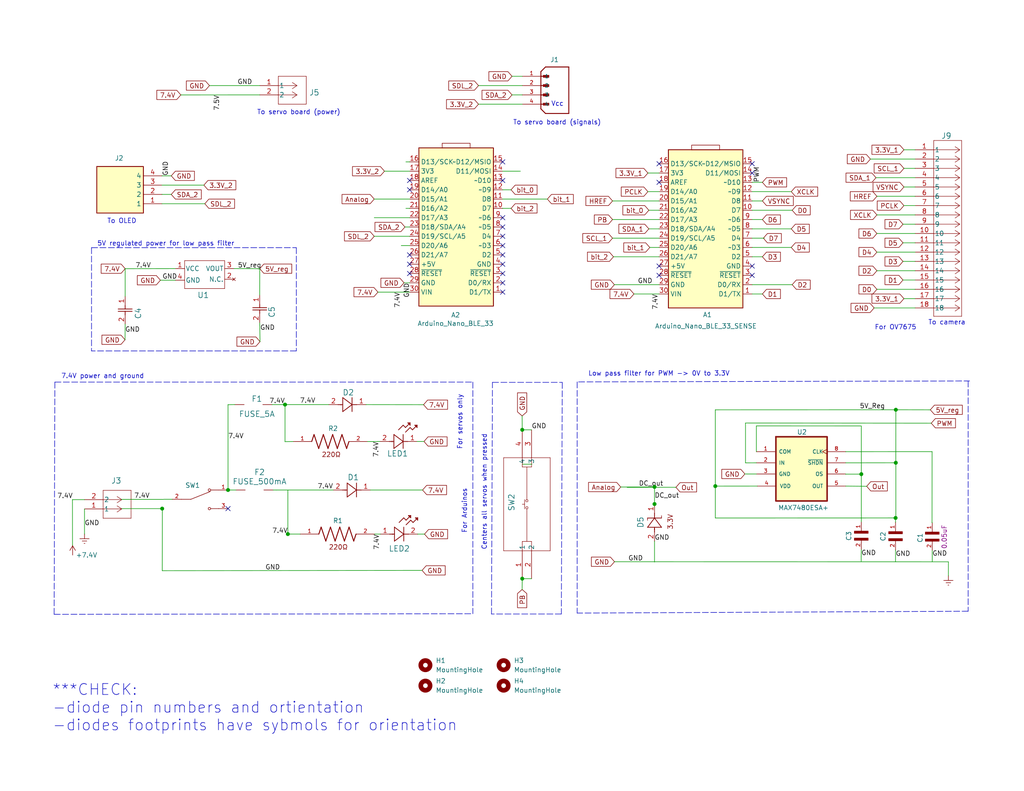
<source format=kicad_sch>
(kicad_sch (version 20231120) (generator "eeschema") (generator_version "8.0")
  (paper "USLetter")
  (lib_symbols
    (symbol "QTLP650D4TR_1" (pin_names (offset 0.254))
      (property "Reference" "CR" (at 5.08 -4.445 0))
      (property "Value" "QTLP650D4TR_1" (at 5.08 -7.62 0))
      (symbol "QTLP650D4TR_1_1_1"
        (pin unspecified line (at 10.16 0 180) (length 2.54) (name "") (number "1"))
        (pin unspecified line (at 0 0 0) (length 2.54) (name "") (number "2"))
      )
      (symbol "QTLP650D4TR_1_1_2"
        (pin unspecified line (at 0 10.16 270) (length 2.54) (name "") (number "1"))
        (pin unspecified line (at 0 0 90) (length 2.54) (name "") (number "2"))
      )
    )
    (symbol "RobotLibrary:+7.4V" (power) (pin_names (offset 0))
      (property "Value" "+7.4V" (at 0 3.556 0))
      (symbol "+7.4V_1_1"
        (pin power_in line (at 0 0 90) (length 0) hide (name "+9.0V") (number "1"))
      )
    )
    (symbol "RobotLibrary:532580229" (pin_names (offset 0.254))
      (property "Reference" "J" (at 8.89 6.35 0))
      (property "Value" "532580229" (at -0.508 6.604 0))
      (symbol "532580229_1_1"
        (pin unspecified line (at 0 0 0) (length 5.08) (name "1") (number "1"))
        (pin unspecified line (at 0 -2.54 0) (length 5.08) (name "2") (number "2"))
      )
      (symbol "532580229_1_2"
        (pin unspecified line (at 0 0 0) (length 5.08) (name "1") (number "1"))
        (pin unspecified line (at 0 -2.54 0) (length 5.08) (name "2") (number "2"))
      )
    )
    (symbol "RobotSymLib:12065C503JAT2A" (pin_names (offset 1.016))
      (property "Reference" "C" (at 0 3.8109 0))
      (property "Value" "12065C503JAT2A" (at 0 -5.0885 0))
      (symbol "12065C503JAT2A_0_0"
        (pin passive line (at -2.54 0 0) (length 2.54) (name "~") (number "1"))
        (pin passive line (at 5.08 0 180) (length 2.54) (name "~") (number "2"))
      )
    )
    (symbol "RobotSymLib:12102C104KAT2A" (pin_names (offset 1.016))
      (property "Reference" "C" (at 0 3.8109 0))
      (property "Value" "12102C104KAT2A" (at 0 -5.0885 0))
      (symbol "12102C104KAT2A_0_0"
        (pin passive line (at -2.54 0 0) (length 2.54) (name "~") (number "1"))
        (pin passive line (at 5.08 0 180) (length 2.54) (name "~") (number "2"))
      )
    )
    (symbol "RobotSymLib:1N4007G-T" (pin_names (offset 0.254))
      (property "Reference" "CR" (at 5.08 4.445 0))
      (property "Value" "1N4007G-T" (at 5.08 -3.81 0))
      (symbol "1N4007G-T_1_1"
        (pin unspecified line (at 10.16 0 180) (length 2.54) (name "") (number "1"))
        (pin unspecified line (at 0 0 0) (length 2.54) (name "") (number "2"))
      )
      (symbol "1N4007G-T_1_2"
        (pin unspecified line (at 0 10.16 270) (length 2.54) (name "") (number "1"))
        (pin unspecified line (at 0 0 90) (length 2.54) (name "") (number "2"))
      )
    )
    (symbol "RobotSymLib:4390"
      (property "Reference" "J2" (at 11.684 4.191 0))
      (symbol "4390_1_1"
        (pin passive line (at 22.86 -7.62 180) (length 5.08) (name "1") (number "1"))
        (pin passive line (at 22.86 -5.08 180) (length 5.08) (name "2") (number "2"))
        (pin passive line (at 22.86 -2.54 180) (length 5.08) (name "3") (number "3"))
        (pin passive line (at 22.86 0 180) (length 5.08) (name "4") (number "4"))
      )
    )
    (symbol "RobotSymLib:500SSP1S2M2QEA" (pin_names (offset 1.016))
      (property "Reference" "SW" (at -2.54 5.08 0))
      (property "Value" "500SSP1S2M2QEA" (at -2.54 -5.08 0))
      (symbol "500SSP1S2M2QEA_0_0"
        (pin passive line (at 7.62 2.54 180) (length 2.54) (name "~") (number "1"))
        (pin passive line (at -7.62 0 0) (length 2.54) (name "~") (number "2"))
        (pin passive line (at 7.62 -2.54 180) (length 2.54) (name "~") (number "3"))
      )
    )
    (symbol "RobotSymLib:532580229" (pin_names (offset 0.254))
      (property "Reference" "J" (at 8.89 6.35 0))
      (property "Value" "532580229" (at 0 0 0))
      (symbol "532580229_1_1"
        (pin unspecified line (at 0 0 0) (length 5.08) (name "1") (number "1"))
        (pin unspecified line (at 0 -2.54 0) (length 5.08) (name "2") (number "2"))
      )
      (symbol "532580229_1_2"
        (pin unspecified line (at 0 0 0) (length 5.08) (name "1") (number "1"))
        (pin unspecified line (at 0 -2.54 0) (length 5.08) (name "2") (number "2"))
      )
    )
    (symbol "RobotSymLib:533750410" (pin_names (offset 1.016))
      (property "Reference" "J" (at 0 6.35 0))
      (symbol "533750410_0_0"
        (pin passive line (at -5.08 2.54 0) (length 5.08) (name "1") (number "1"))
        (pin passive line (at -5.08 0 0) (length 5.08) (name "2") (number "2"))
        (pin passive line (at -5.08 -2.54 0) (length 5.08) (name "3") (number "3"))
        (pin passive line (at -5.08 -5.08 0) (length 5.08) (name "4") (number "4"))
      )
    )
    (symbol "RobotSymLib:Arduino_BLE_33"
      (property "Reference" "A1" (at 0 25.654 0))
      (property "Value" "Arduino_BLE_33" (at 0 23.622 0))
      (symbol "Arduino_BLE_33_1_1"
        (pin bidirectional line (at -12.7 19.05 0) (length 2.54) (name "D1/TX") (number "1"))
        (pin bidirectional line (at -12.7 -3.81 0) (length 2.54) (name "D7") (number "10"))
        (pin bidirectional line (at -12.7 -6.35 0) (length 2.54) (name "D8") (number "11"))
        (pin bidirectional line (at -12.7 -8.89 0) (length 2.54) (name "~D9") (number "12"))
        (pin bidirectional line (at -12.7 -11.43 0) (length 2.54) (name "~D10") (number "13"))
        (pin bidirectional line (at -12.7 -13.97 0) (length 2.54) (name "D11/MOSI") (number "14"))
        (pin bidirectional line (at -12.7 -16.51 0) (length 2.54) (name "~D12/MSIO") (number "15"))
        (pin bidirectional line (at 12.7 -16.51 180) (length 2.54) (name "D13/SCK") (number "16"))
        (pin power_out line (at 12.7 -13.97 180) (length 2.54) (name "3V3") (number "17"))
        (pin input line (at 12.7 -11.43 180) (length 2.54) (name "AREF") (number "18"))
        (pin bidirectional line (at 12.7 -8.89 180) (length 2.54) (name "D14/A0") (number "19"))
        (pin bidirectional line (at -12.7 16.51 0) (length 2.54) (name "D0/RX") (number "2"))
        (pin bidirectional line (at 12.7 -6.35 180) (length 2.54) (name "D15/A1") (number "20"))
        (pin bidirectional line (at 12.7 -3.81 180) (length 2.54) (name "D16/A2") (number "21"))
        (pin bidirectional line (at 12.7 -1.27 180) (length 2.54) (name "D17/A3") (number "22"))
        (pin bidirectional line (at 12.7 1.27 180) (length 2.54) (name "D18/SDA/A4") (number "23"))
        (pin bidirectional line (at 12.7 3.81 180) (length 2.54) (name "D19/SCL/A5") (number "24"))
        (pin bidirectional line (at 12.7 6.35 180) (length 2.54) (name "D20/A6") (number "25"))
        (pin bidirectional line (at 12.7 8.89 180) (length 2.54) (name "D21/A7") (number "26"))
        (pin power_out line (at 12.7 11.43 180) (length 2.54) (name "+5V") (number "27"))
        (pin input line (at 12.7 13.97 180) (length 2.54) (name "~{RESET}") (number "28"))
        (pin power_in line (at 12.7 16.51 180) (length 2.54) (name "GND") (number "29"))
        (pin input line (at -12.7 13.97 0) (length 2.54) (name "~{RESET}") (number "3"))
        (pin power_in line (at 12.7 19.05 180) (length 2.54) (name "VIN") (number "30"))
        (pin power_in line (at -12.7 11.43 0) (length 2.54) (name "GND") (number "4"))
        (pin bidirectional line (at -12.7 8.89 0) (length 2.54) (name "D2") (number "5"))
        (pin bidirectional line (at -12.7 6.35 0) (length 2.54) (name "~D3") (number "6"))
        (pin bidirectional line (at -12.7 3.81 0) (length 2.54) (name "D4") (number "7"))
        (pin bidirectional line (at -12.7 1.27 0) (length 2.54) (name "~D5") (number "8"))
        (pin bidirectional line (at -12.7 -1.27 0) (length 2.54) (name "~D6") (number "9"))
      )
    )
    (symbol "RobotSymLib:BD450M5FP-CE2" (pin_names (offset 0.254))
      (property "Reference" "U1" (at 20.32 -9.398 0))
      (symbol "BD450M5FP-CE2_0_1"
        (pin power_in line (at 12.7 -2.159 0) (length 2.54) (name "VCC") (number "1"))
        (pin no_connect line (at 28.702 -5.08 180) (length 2.54) (name "N.C.") (number "2"))
        (pin output line (at 28.702 -2.159 180) (length 2.54) (name "VOUT") (number "3"))
      )
      (symbol "BD450M5FP-CE2_1_1"
        (pin output line (at 12.7 -5.334 0) (length 2.54) (name "GND") (number "4"))
      )
    )
    (symbol "RobotSymLib:BZT52C3V3-7-F" (pin_names (offset 0.254))
      (property "Reference" "CR" (at 5.08 4.445 0))
      (property "Value" "BZT52C3V3-7-F" (at 6.731 -7.239 0))
      (symbol "BZT52C3V3-7-F_0_0"
        (text "3.3V" (at 5.334 -4.318 0) (effects (font (size 1.27 1.27))))
      )
      (symbol "BZT52C3V3-7-F_1_1"
        (pin unspecified line (at 10.16 0 180) (length 2.54) (name "") (number "1"))
        (pin unspecified line (at 0 0 0) (length 2.54) (name "") (number "2"))
      )
      (symbol "BZT52C3V3-7-F_1_2"
        (pin unspecified line (at 0 10.16 270) (length 2.54) (name "") (number "1"))
        (pin unspecified line (at 0 0 90) (length 2.54) (name "") (number "2"))
      )
    )
    (symbol "RobotSymLib:CL32A106KAULNNE" (pin_names (offset 0.254))
      (property "Reference" "C" (at 3.81 3.81 0))
      (property "Value" "CL32A106KAULNNE" (at 3.81 -3.81 0))
      (symbol "CL32A106KAULNNE_1_1"
        (pin unspecified line (at 0 0 0) (length 2.54) (name "") (number "1"))
        (pin unspecified line (at 7.62 0 180) (length 2.54) (name "") (number "2"))
      )
      (symbol "CL32A106KAULNNE_1_2"
        (pin unspecified line (at 0 0 270) (length 2.54) (name "") (number "1"))
        (pin unspecified line (at 0 -7.62 90) (length 2.54) (name "") (number "2"))
      )
    )
    (symbol "RobotSymLib:CL32B475KBUYNNE" (pin_names (offset 0.254))
      (property "Reference" "C" (at 3.81 3.81 0))
      (property "Value" "CL32B475KBUYNNE" (at 3.81 -3.81 0))
      (symbol "CL32B475KBUYNNE_1_1"
        (pin unspecified line (at 0 0 0) (length 2.54) (name "") (number "1"))
        (pin unspecified line (at 7.62 0 180) (length 2.54) (name "") (number "2"))
      )
      (symbol "CL32B475KBUYNNE_1_2"
        (pin unspecified line (at 0 0 270) (length 2.54) (name "") (number "1"))
        (pin unspecified line (at 0 -7.62 90) (length 2.54) (name "") (number "2"))
      )
    )
    (symbol "RobotSymLib:GNDREF" (power) (pin_names (offset 0))
      (property "Value" "GNDREF" (at 0 -3.81 0))
      (symbol "GNDREF_1_1"
        (pin power_in line (at 0 0 270) (length 0) hide (name "GNDREF") (number "1"))
      )
    )
    (symbol "RobotSymLib:MAX7480ESA+" (pin_names (offset 1.016))
      (property "Reference" "U2" (at 5.842 16.51 0))
      (property "Value" "MAX7480ESA+" (at -4.826 -4.318 0))
      (symbol "MAX7480ESA+_0_0"
        (pin input line (at 6.604 11.176 180) (length 5.08) (name "COM") (number "1"))
        (pin input line (at 6.604 8.128 180) (length 5.08) (name "IN") (number "2"))
        (pin unspecified line (at 6.604 5.08 180) (length 5.08) (name "GND") (number "3"))
        (pin power_in line (at 6.35 1.778 180) (length 5.08) (name "VDD") (number "4"))
        (pin output line (at -17.78 1.778 0) (length 5.08) (name "OUT") (number "5"))
        (pin input line (at -17.78 5.08 0) (length 5.08) (name "OS") (number "6"))
        (pin input line (at -17.78 8.128 0) (length 5.08) (name "~{SHDN}") (number "7"))
        (pin input clock (at -17.78 11.176 0) (length 5.08) (name "CLK") (number "8"))
      )
    )
    (symbol "RobotSymLib:MountingHole" (pin_names (offset 1.016)))
    (symbol "RobotSymLib:QTLP650D4TR" (pin_names (offset 0.254))
      (property "Reference" "CR" (at 5.08 -4.445 0))
      (property "Value" "QTLP650D4TR" (at 5.08 -7.62 0))
      (symbol "QTLP650D4TR_1_1"
        (pin unspecified line (at 0 0 0) (length 2.54) (name "") (number "1"))
        (pin unspecified line (at 10.16 0 180) (length 2.54) (name "") (number "2"))
      )
      (symbol "QTLP650D4TR_1_2"
        (pin unspecified line (at 0 10.16 270) (length 2.54) (name "") (number "1"))
        (pin unspecified line (at 0 0 90) (length 2.54) (name "") (number "2"))
      )
    )
    (symbol "RobotSymLib:RGEF300HF" (pin_numbers hide) (pin_names hide)
      (property "Reference" "F" (at 6.0119 1.5702 0))
      (property "Value" "FUSE_5A" (at 6.0119 -2.4938 0))
      (symbol "RGEF300HF_1_1"
        (pin unspecified line (at 0 0 0) (length 2.54) (name "1") (number "1"))
        (pin unspecified line (at 10.16 0 180) (length 2.54) (name "2") (number "2"))
      )
    )
    (symbol "RobotSymLib:RKEF050HF" (pin_numbers hide) (pin_names hide)
      (property "Reference" "F" (at 6.456 4.8636 0))
      (property "Value" "FUSE_500mA" (at 6.456 2.3236 0))
      (symbol "RKEF050HF_1_1"
        (pin unspecified line (at 0 0 0) (length 2.54) (name "1") (number "1"))
        (pin unspecified line (at 10.16 0 180) (length 2.54) (name "2") (number "2"))
      )
    )
    (symbol "RobotSymLib:RMCF1210JT220R" (pin_names (offset 1.016))
      (property "Reference" "R" (at -1.524 2.794 0))
      (property "Value" "RMCF1210JT220R" (at -7.493 -7.366 0))
      (symbol "RMCF1210JT220R_0_0"
        (text "220Ω" (at 0.254 -3.556 0) (effects (font (size 1.27 1.27))))
        (pin passive line (at -10.16 0 0) (length 5.08) (name "~") (number "1"))
        (pin passive line (at 10.16 0 180) (length 5.08) (name "~") (number "2"))
      )
    )
    (symbol "RobotSymLib:TL3305CF260QG" (pin_names (offset 0.254))
      (property "Reference" "SW" (at 20.32 10.16 0))
      (property "Value" "TL3305CF260QG" (at 20.32 7.62 0))
      (symbol "TL3305CF260QG_0_1"
        (pin unspecified line (at 0 0 0) (length 7.62) (name "1") (number "1"))
        (pin unspecified line (at 0 -2.54 0) (length 7.62) (name "2") (number "2"))
        (pin unspecified line (at 40.64 -2.54 180) (length 7.62) (name "3") (number "3"))
        (pin unspecified line (at 40.64 0 180) (length 7.62) (name "4") (number "4"))
      )
    )
    (symbol "myKiCadGlobalSymbolLibrary:525591853" (pin_names (offset 0.254))
      (property "Reference" "J9" (at 14.224 -22.098 0))
      (symbol "525591853_1_1"
        (pin unspecified line (at 0 0 0) (length 5.08) (name "1") (number "1"))
        (pin unspecified line (at 0 -22.86 0) (length 5.08) (name "10") (number "10"))
        (pin unspecified line (at 0 -25.4 0) (length 5.08) (name "11") (number "11"))
        (pin unspecified line (at 0 -27.94 0) (length 5.08) (name "12") (number "12"))
        (pin unspecified line (at 0 -30.48 0) (length 5.08) (name "13") (number "13"))
        (pin unspecified line (at 0 -33.02 0) (length 5.08) (name "14") (number "14"))
        (pin unspecified line (at 0 -35.56 0) (length 5.08) (name "15") (number "15"))
        (pin unspecified line (at 0 -38.1 0) (length 5.08) (name "16") (number "16"))
        (pin unspecified line (at 0 -40.64 0) (length 5.08) (name "17") (number "17"))
        (pin unspecified line (at 0 -43.18 0) (length 5.08) (name "18") (number "18"))
        (pin unspecified line (at 0 -2.54 0) (length 5.08) (name "2") (number "2"))
        (pin unspecified line (at 0 -5.08 0) (length 5.08) (name "3") (number "3"))
        (pin unspecified line (at 0 -7.62 0) (length 5.08) (name "4") (number "4"))
        (pin unspecified line (at 0 -10.16 0) (length 5.08) (name "5") (number "5"))
        (pin unspecified line (at 0 -12.7 0) (length 5.08) (name "6") (number "6"))
        (pin unspecified line (at 0 -15.24 0) (length 5.08) (name "7") (number "7"))
        (pin unspecified line (at 0 -17.78 0) (length 5.08) (name "8") (number "8"))
        (pin unspecified line (at 0 -20.32 0) (length 5.08) (name "9") (number "9"))
      )
      (symbol "525591853_1_2"
        (pin unspecified line (at 0 0 0) (length 5.08) (name "1") (number "1"))
        (pin unspecified line (at 0 -22.86 0) (length 5.08) (name "10") (number "10"))
        (pin unspecified line (at 0 -25.4 0) (length 5.08) (name "11") (number "11"))
        (pin unspecified line (at 0 -27.94 0) (length 5.08) (name "12") (number "12"))
        (pin unspecified line (at 0 -30.48 0) (length 5.08) (name "13") (number "13"))
        (pin unspecified line (at 0 -33.02 0) (length 5.08) (name "14") (number "14"))
        (pin unspecified line (at 0 -35.56 0) (length 5.08) (name "15") (number "15"))
        (pin unspecified line (at 0 -38.1 0) (length 5.08) (name "16") (number "16"))
        (pin unspecified line (at 0 -2.54 0) (length 5.08) (name "2") (number "2"))
        (pin unspecified line (at 0 -5.08 0) (length 5.08) (name "3") (number "3"))
        (pin unspecified line (at 0 -7.62 0) (length 5.08) (name "4") (number "4"))
        (pin unspecified line (at 0 -10.16 0) (length 5.08) (name "5") (number "5"))
        (pin unspecified line (at 0 -12.7 0) (length 5.08) (name "6") (number "6"))
        (pin unspecified line (at 0 -15.24 0) (length 5.08) (name "7") (number "7"))
        (pin unspecified line (at 0 -17.78 0) (length 5.08) (name "8") (number "8"))
        (pin unspecified line (at 0 -20.32 0) (length 5.08) (name "9") (number "9"))
      )
    )
    (symbol "myKiCadGlobalSymbolLibrary:GNDREF" (power) (pin_names (offset 0))
      (property "Value" "GNDREF" (at 0 -3.81 0))
      (symbol "GNDREF_1_1"
        (pin power_in line (at 0 0 270) (length 0) hide (name "GNDREF") (number "1"))
      )
    )
  )
  (junction (at 178.5874 137.6163))
  (junction (at 244.3583 141.4078))
  (junction (at 142.494 157.988))
  (junction (at 78.5442 145.8154))
  (junction (at 178.5909 132.9423))
  (junction (at 244.433 111.8704))
  (junction (at 62.2171 133.7834))
  (junction (at 77.771 110.4669))
  (junction (at 44.2521 138.8634))
  (junction (at 142.494 117.348))
  (junction (at 195.173 132.7253))
  (junction (at 235.011 129.4539))
  (junction (at 244.4209 126.3456))
  (no_connect (at 179.832 44.704))
  (no_connect (at 111.76 49.276))
  (no_connect (at 111.76 74.676))
  (no_connect (at 137.16 72.136))
  (no_connect (at 137.16 49.276))
  (no_connect (at 137.16 69.596))
  (no_connect (at 205.232 44.704))
  (no_connect (at 137.16 77.216))
  (no_connect (at 137.16 44.196))
  (no_connect (at 137.16 79.756))
  (no_connect (at 205.232 75.184))
  (no_connect (at 137.16 67.056))
  (no_connect (at 137.16 74.676))
  (no_connect (at 137.16 61.976))
  (no_connect (at 111.76 72.136))
  (no_connect (at 205.232 47.244))
  (no_connect (at 179.832 49.784))
  (no_connect (at 137.16 64.516))
  (no_connect (at 205.232 72.644))
  (no_connect (at 111.76 69.596))
  (no_connect (at 137.16 59.436))
  (no_connect (at 62.2171 138.8634))
  (no_connect (at 111.76 51.816))
  (no_connect (at 179.832 75.184))
  (no_connect (at 179.832 72.644))
  (wire (pts (xy 139.446 51.816) (xy 137.16 51.816)))
  (wire (pts (xy 254.3226 123.303) (xy 254.3065 142.6669)))
  (wire (pts (xy 70.866 23.368) (xy 57.15 23.368)))
  (wire (pts (xy 244.433 126.3456) (xy 244.433 141.4078)))
  (polyline (pts (xy 14.9731 104.3194) (xy 129.0191 104.3194)) (stroke (width 0) (type dash)))
  (wire (pts (xy 246.38 66.294) (xy 249.682 66.294)))
  (wire (pts (xy 234.9758 151.9778) (xy 234.9758 153.2478)))
  (wire (pts (xy 23.0565 138.9506) (xy 23.0565 145.8086)))
  (wire (pts (xy 44.196 55.626) (xy 55.88 55.626)))
  (wire (pts (xy 205.232 67.564) (xy 215.9 67.564)))
  (wire (pts (xy 44.2684 155.8101) (xy 115.1626 155.7273)))
  (wire (pts (xy 167.132 54.864) (xy 179.832 54.864)))
  (wire (pts (xy 238.506 84.074) (xy 249.682 84.074)))
  (wire (pts (xy 102.108 64.516) (xy 111.76 64.516)))
  (wire (pts (xy 205.232 59.944) (xy 208.026 59.944)))
  (wire (pts (xy 75.3737 133.7846) (xy 74.5361 133.7834)))
  (wire (pts (xy 100.2915 120.544) (xy 103.6528 120.5332)))
  (polyline (pts (xy 80.8536 67.6159) (xy 80.8536 95.8099)) (stroke (width 0) (type dash)))
  (wire (pts (xy 110.744 56.896) (xy 111.76 56.896)))
  (polyline (pts (xy 153.416 104.394) (xy 153.162 167.64)) (stroke (width 0) (type dash)))
  (polyline (pts (xy 24.9736 67.6159) (xy 24.9736 95.8099)) (stroke (width 0) (type dash)))
  (wire (pts (xy 239.268 53.594) (xy 249.682 53.594)))
  (wire (pts (xy 203.2479 129.4049) (xy 206.375 129.4121)))
  (wire (pts (xy 62.2171 133.7834) (xy 64.3761 133.7834)))
  (wire (pts (xy 78.5442 145.9212) (xy 78.5442 145.8154)))
  (wire (pts (xy 195.173 141.4263) (xy 244.3583 141.4078)))
  (wire (pts (xy 244.4209 126.3456) (xy 244.433 126.3456)))
  (wire (pts (xy 246.634 45.974) (xy 249.682 45.974)))
  (wire (pts (xy 234.9758 151.9778) (xy 235.0001 150.0731)))
  (wire (pts (xy 110.49 61.976) (xy 111.76 61.976)))
  (wire (pts (xy 75.3737 133.7846) (xy 90.9191 133.7834)))
  (wire (pts (xy 179.832 80.264) (xy 172.974 80.264)))
  (wire (pts (xy 77.7667 120.5766) (xy 77.771 110.4669)))
  (polyline (pts (xy 134.366 104.394) (xy 153.416 104.394)) (stroke (width 0) (type dash)))
  (wire (pts (xy 102.108 59.436) (xy 111.76 59.436)))
  (wire (pts (xy 254.3065 142.6669) (xy 254.3632 142.7053)))
  (wire (pts (xy 139.7 20.828) (xy 142.494 20.828)))
  (wire (pts (xy 34.1525 73.3579) (xy 34.1525 80.8898)))
  (polyline (pts (xy 153.162 167.64) (xy 134.112 167.64)) (stroke (width 0) (type dash)))
  (wire (pts (xy 44.196 53.086) (xy 46.736 53.086)))
  (wire (pts (xy 235.0008 116.2919) (xy 235.01 129.5405)))
  (polyline (pts (xy 129.0191 104.3194) (xy 129.0191 167.5654)) (stroke (width 0) (type dash)))
  (wire (pts (xy 206.629 132.7141) (xy 195.173 132.7253)))
  (wire (pts (xy 254.3632 150.3253) (xy 254.3653 153.3742)))
  (wire (pts (xy 249.682 48.514) (xy 239.014 48.514)))
  (wire (pts (xy 235.01 129.5405) (xy 235.011 129.4539)))
  (polyline (pts (xy 134.112 167.64) (xy 134.366 104.394)) (stroke (width 0) (type dash)))
  (wire (pts (xy 74.2392 110.4616) (xy 77.8114 110.4669)))
  (polyline (pts (xy 157.861 104.2661) (xy 264.541 104.0121)) (stroke (width 0) (type dash)))
  (wire (pts (xy 44.2931 138.7924) (xy 44.2521 138.8634)))
  (wire (pts (xy 142.494 157.988) (xy 145.034 157.988)))
  (wire (pts (xy 246.38 76.454) (xy 249.682 76.454)))
  (wire (pts (xy 258.7702 153.3888) (xy 258.7702 157.1988)))
  (wire (pts (xy 239.268 63.754) (xy 249.682 63.754)))
  (wire (pts (xy 179.832 47.244) (xy 176.784 47.244)))
  (wire (pts (xy 244.3583 141.4078) (xy 244.348 142.5859)))
  (wire (pts (xy 44.2521 138.8634) (xy 44.5129 138.8634)))
  (wire (pts (xy 205.232 70.104) (xy 208.026 70.104)))
  (wire (pts (xy 178.5874 137.6163) (xy 178.6451 137.3767)))
  (wire (pts (xy 246.634 51.054) (xy 249.682 51.054)))
  (wire (pts (xy 195.173 132.7253) (xy 195.1667 111.8889)))
  (wire (pts (xy 178.5874 147.7763) (xy 178.5874 153.4747)))
  (wire (pts (xy 142.494 157.988) (xy 142.4636 160.9441)))
  (wire (pts (xy 19.7846 148.8269) (xy 19.7545 148.8566)))
  (wire (pts (xy 167.132 65.024) (xy 179.832 65.024)))
  (wire (pts (xy 246.38 61.214) (xy 249.682 61.214)))
  (wire (pts (xy 142.4636 113.5589) (xy 142.494 117.348)))
  (wire (pts (xy 239.268 58.674) (xy 249.682 58.674)))
  (wire (pts (xy 179.832 70.104) (xy 167.386 70.104)))
  (wire (pts (xy 246.634 40.894) (xy 249.682 40.894)))
  (wire (pts (xy 110.744 44.196) (xy 111.76 44.196)))
  (wire (pts (xy 239.268 73.914) (xy 249.682 73.914)))
  (wire (pts (xy 239.268 78.994) (xy 249.682 78.994)))
  (wire (pts (xy 203.4153 126.3708) (xy 206.375 126.3641)))
  (wire (pts (xy 244.3583 141.4078) (xy 244.433 141.4078)))
  (wire (pts (xy 205.232 62.484) (xy 215.9 62.484)))
  (wire (pts (xy 33.1172 136.3469) (xy 44.6045 136.3469)))
  (polyline (pts (xy 80.8536 95.8099) (xy 24.9736 95.8099)) (stroke (width 0) (type dash)))
  (wire (pts (xy 104.902 46.736) (xy 111.76 46.736)))
  (wire (pts (xy 230.759 123.3161) (xy 254.3226 123.303)))
  (wire (pts (xy 19.7687 136.4106) (xy 19.7846 148.8269)))
  (wire (pts (xy 44.196 50.546) (xy 55.626 50.546)))
  (wire (pts (xy 44.196 48.006) (xy 46.736 48.006)))
  (wire (pts (xy 254.0992 115.5436) (xy 203.4153 115.4891)))
  (polyline (pts (xy 14.9731 104.3194) (xy 14.7687 167.7265)) (stroke (width 0) (type dash)))
  (wire (pts (xy 44.2931 138.7924) (xy 44.2684 155.8101)))
  (wire (pts (xy 195.1667 111.8889) (xy 244.433 111.8704)))
  (wire (pts (xy 244.4209 126.3456) (xy 244.433 111.8704)))
  (wire (pts (xy 70.866 88.138) (xy 70.9476 93.2699)))
  (wire (pts (xy 205.232 57.404) (xy 216.154 57.404)))
  (wire (pts (xy 235.011 129.4539) (xy 235.0001 142.4531)))
  (wire (pts (xy 205.232 52.324) (xy 215.9 52.324)))
  (wire (pts (xy 137.16 46.736) (xy 141.986 46.736)))
  (wire (pts (xy 178.5874 137.6163) (xy 178.5909 132.9423)))
  (wire (pts (xy 171.1233 133.0185) (xy 184.4294 133.0443)))
  (wire (pts (xy 34.1525 88.5098) (xy 34.1176 92.7619)))
  (wire (pts (xy 177.038 57.404) (xy 179.832 57.404)))
  (wire (pts (xy 177.038 62.484) (xy 179.832 62.484)))
  (wire (pts (xy 70.8766 73.3579) (xy 70.866 80.518)))
  (wire (pts (xy 33.2611 138.8634) (xy 44.2521 138.8634)))
  (wire (pts (xy 109.474 67.056) (xy 111.76 67.056)))
  (wire (pts (xy 177.292 67.564) (xy 179.832 67.564)))
  (wire (pts (xy 246.38 71.374) (xy 249.682 71.374)))
  (wire (pts (xy 77.7667 120.5766) (xy 79.9715 120.544)))
  (wire (pts (xy 111.76 79.756) (xy 103.124 79.756)))
  (wire (pts (xy 176.784 52.324) (xy 179.832 52.324)))
  (wire (pts (xy 49.3357 25.9147) (xy 70.866 25.908)))
  (wire (pts (xy 244.348 150.2059) (xy 244.348 153.416)))
  (wire (pts (xy 244.433 111.8704) (xy 253.8427 111.8897)))
  (wire (pts (xy 137.16 54.356) (xy 149.352 54.356)))
  (wire (pts (xy 246.634 56.134) (xy 249.682 56.134)))
  (wire (pts (xy 237.49 43.434) (xy 249.682 43.434)))
  (wire (pts (xy 63.8356 73.3309) (xy 70.8766 73.3579)))
  (wire (pts (xy 205.232 65.024) (xy 208.534 65.024)))
  (wire (pts (xy 113.976 145.828) (xy 115.8303 145.828)))
  (wire (pts (xy 102.2301 145.8154) (xy 103.816 145.828)))
  (wire (pts (xy 62.2171 110.4841) (xy 64.0792 110.4616)))
  (wire (pts (xy 205.232 54.864) (xy 208.026 54.864)))
  (wire (pts (xy 178.5909 132.9423) (xy 169.3677 132.9676)))
  (polyline (pts (xy 264.16 104.0121) (xy 264.16 166.878)) (stroke (width 0) (type dash)))
  (polyline (pts (xy 24.9736 67.6159) (xy 80.8536 67.6159)) (stroke (width 0) (type dash)))
  (wire (pts (xy 206.375 116.2867) (xy 235.0008 116.2919)))
  (wire (pts (xy 142.621 126.746) (xy 145.161 126.746)))
  (wire (pts (xy 62.2171 133.7834) (xy 62.2171 110.4841)))
  (wire (pts (xy 230.7682 129.4527) (xy 235.011 129.4539)))
  (wire (pts (xy 99.869 110.4669) (xy 115.57 110.49)))
  (wire (pts (xy 239.268 68.834) (xy 249.682 68.834)))
  (wire (pts (xy 43.7696 76.5059) (xy 47.8336 76.5059)))
  (wire (pts (xy 34.1525 73.3579) (xy 47.8336 73.3309)))
  (wire (pts (xy 101.0791 133.7834) (xy 115.3031 133.7834)))
  (wire (pts (xy 110.236 77.216) (xy 111.76 77.216)))
  (wire (pts (xy 230.7682 129.4527) (xy 230.759 129.4121)))
  (wire (pts (xy 167.64 77.724) (xy 179.832 77.724)))
  (wire (pts (xy 230.759 132.7141) (xy 236.4777 132.774)))
  (wire (pts (xy 142.494 23.368) (xy 130.556 23.368)))
  (wire (pts (xy 167.6654 153.3643) (xy 258.7702 153.3888)))
  (wire (pts (xy 113.8128 120.5332) (xy 115.6826 120.5332)))
  (wire (pts (xy 78.5442 145.8154) (xy 78.5442 133.8852)))
  (wire (pts (xy 137.16 56.896) (xy 139.446 56.896)))
  (wire (pts (xy 23.0565 136.4106) (xy 19.7687 136.4106)))
  (wire (pts (xy 78.5442 145.8154) (xy 81.9101 145.8154)))
  (wire (pts (xy 246.634 81.534) (xy 249.682 81.534)))
  (wire (pts (xy 205.232 80.264) (xy 208.026 80.264)))
  (polyline (pts (xy 157.48 104.2661) (xy 157.48 167.386)) (stroke (width 0) (type dash)))
  (wire (pts (xy 142.494 28.448) (xy 130.556 28.448)))
  (wire (pts (xy 102.108 54.356) (xy 111.76 54.356)))
  (wire (pts (xy 205.232 77.724) (xy 216.154 77.724)))
  (wire (pts (xy 145.034 117.348) (xy 142.494 117.348)))
  (polyline (pts (xy 264.16 166.878) (xy 157.48 167.386)) (stroke (width 0) (type dash)))
  (wire (pts (xy 195.173 132.7253) (xy 195.173 141.4263)))
  (wire (pts (xy 206.375 123.3161) (xy 206.375 116.2867)))
  (wire (pts (xy 171.1233 133.0185) (xy 178.5909 132.9423)))
  (wire (pts (xy 230.759 126.3641) (xy 244.4209 126.3456)))
  (wire (pts (xy 205.232 49.784) (xy 208.026 49.784)))
  (wire (pts (xy 77.771 110.4669) (xy 89.709 110.4669)))
  (wire (pts (xy 44.6911 136.3234) (xy 46.9771 136.3234)))
  (wire (pts (xy 142.494 25.908) (xy 139.7 25.908)))
  (wire (pts (xy 203.4153 115.4891) (xy 203.4153 126.3708)))
  (wire (pts (xy 167.132 59.944) (xy 179.832 59.944)))
  (polyline (pts (xy 14.7687 167.7265) (xy 129.0191 167.5654)) (stroke (width 0) (type dash)))
  (text "To servo board (power)\n" (at 70.104 31.496 0) (effects (font (size 1.27 1.27)) (justify left bottom)))
  (text "***CHECK:\n-diode pin numbers and ortientation\n-diodes footprints have sybmols for orientation" (at 14.224 199.898 0) (effects (font (size 3 3)) (justify left bottom)))
  (text "For servos only" (at 126.2251 122.8614 90) (effects (font (size 1.27 1.27)) (justify left bottom)))
  (text "5V regulated power for low pass filter" (at 26.4976 67.3619 0) (effects (font (size 1.27 1.27)) (justify left bottom)))
  (text "For OV7675" (at 238.633 90.2462 0) (effects (font (size 1.27 1.27)) (justify left bottom)))
  (text "To OLED" (at 29.21 61.214 0) (effects (font (size 1.27 1.27)) (justify left bottom)))
  (text "Low pass filter for PWM -> 0V to 3.3V" (at 199.136 102.87 0) (effects (font (size 1.27 1.27)) (justify right bottom)))
  (text "For Arduinos" (at 127.4951 145.7214 90) (effects (font (size 1.27 1.27)) (justify left bottom)))
  (text "7.4V power and ground" (at 39.3571 103.5574 0) (effects (font (size 1.27 1.27)) (justify right bottom)))
  (text "Vcc" (at 150.368 29.21 0) (effects (font (size 1.27 1.27)) (justify left bottom)))
  (text "To camera" (at 253.238 88.9 0) (effects (font (size 1.27 1.27)) (justify left bottom)))
  (text "To servo board (signals)" (at 139.954 34.29 0) (effects (font (size 1.27 1.27)) (justify left bottom)))
  (text "Centers all servos when pressed" (at 132.8928 150.2918 90) (effects (font (size 1.27 1.27)) (justify left bottom)))
  (label "7.4V" (at 19.8949 136.4106 180))
  (label "GND" (at 76.4411 155.8814 180))
  (label "7.4V" (at 78.5442 145.9212 180))
  (label "7.4V" (at 40.8784 136.3469 180))
  (label "DC_out" (at 174.2694 133.0393 0))
  (label "GND" (at 254.3644 152.1336 0))
  (label "7.4V" (at 62.2171 120.0801 0))
  (label "7.4V" (at 103.6528 120.5332 270))
  (label "7.4V" (at 103.816 145.828 270))
  (label "7.4V" (at 86.1023 110.3795 180))
  (label "7.5V" (at 60.198 25.908 270))
  (label "GND" (at 64.77 23.368 0))
  (label "GND" (at 70.9476 90.4759 0))
  (label "GND" (at 112.014 77.216 270))
  (label "7.4V" (at 179.832 80.264 270))
  (label "7.4V" (at 109.474 79.756 270))
  (label "GND" (at 34.1176 90.9839 0))
  (label "7.4V" (at 77.771 110.4669 180))
  (label "7.4V" (at 90.9191 133.7834 180))
  (label "PWM" (at 207.518 49.784 90))
  (label "7.4V" (at 36.9116 73.4579 0))
  (label "GND" (at 178.054 77.724 180))
  (label "GND" (at 171.3958 153.4221 0))
  (label "GND" (at 46.228 48.006 90))
  (label "GND" (at 244.348 152.1955 0))
  (label "GND" (at 234.9758 151.9778 0))
  (label "DC_out" (at 178.5884 136.3012 0))
  (label "GND" (at 145.034 117.348 0))
  (label "GND" (at 178.5874 147.7763 0))
  (label "GND" (at 23.0565 143.8075 0))
  (label "GND" (at 44.2776 76.5059 0))
  (label "5V_reg" (at 64.8516 73.4579 0))
  (label "5V_Reg" (at 234.5472 111.8897 0))
  (global_label "VSYNC" (shape input) (at 246.634 51.054 180) (property "Intersheetrefs" "${INTERSHEET_REFS}" (effects (hide yes))))
  (global_label "PCLK" (shape input) (at 176.784 52.324 180) (property "Intersheetrefs" "${INTERSHEET_REFS}" (effects (hide yes))))
  (global_label "GND" (shape input) (at 115.8303 145.828 0) (property "Intersheetrefs" "${INTERSHEET_REFS}" (effects (hide yes))))
  (global_label "3.3V_2" (shape input) (at 104.902 46.736 180) (property "Intersheetrefs" "${INTERSHEET_REFS}" (effects (hide yes))))
  (global_label "PB" (shape input) (at 167.132 59.944 180) (property "Intersheetrefs" "${INTERSHEET_REFS}" (effects (hide yes))))
  (global_label "HREF" (shape input) (at 167.132 54.864 180) (property "Intersheetrefs" "${INTERSHEET_REFS}" (effects (hide yes))))
  (global_label "bit_1" (shape input) (at 149.352 54.356 0) (property "Intersheetrefs" "${INTERSHEET_REFS}" (effects (hide yes))))
  (global_label "SDL_2" (shape input) (at 130.556 23.368 180) (property "Intersheetrefs" "${INTERSHEET_REFS}" (effects (hide yes))))
  (global_label "SDA_2" (shape input) (at 46.736 53.086 0) (property "Intersheetrefs" "${INTERSHEET_REFS}" (effects (hide yes))))
  (global_label "D1" (shape input) (at 208.026 80.264 0) (property "Intersheetrefs" "${INTERSHEET_REFS}" (effects (hide yes))))
  (global_label "7.4V" (shape input) (at 103.124 79.756 180) (property "Intersheetrefs" "${INTERSHEET_REFS}" (effects (hide yes))))
  (global_label "SDL_2" (shape input) (at 55.88 55.626 0) (property "Intersheetrefs" "${INTERSHEET_REFS}" (effects (hide yes))))
  (global_label "3.3V_2" (shape input) (at 130.556 28.448 180) (property "Intersheetrefs" "${INTERSHEET_REFS}" (effects (hide yes))))
  (global_label "GND" (shape input) (at 167.6654 153.3643 180) (property "Intersheetrefs" "${INTERSHEET_REFS}" (effects (hide yes))))
  (global_label "bit_2" (shape input) (at 167.386 70.104 180) (property "Intersheetrefs" "${INTERSHEET_REFS}" (effects (hide yes))))
  (global_label "GND" (shape input) (at 237.49 43.434 180) (property "Intersheetrefs" "${INTERSHEET_REFS}" (effects (hide yes))))
  (global_label "3.3V_1" (shape input) (at 246.634 40.894 180) (property "Intersheetrefs" "${INTERSHEET_REFS}" (effects (hide yes))))
  (global_label "D2" (shape input) (at 216.154 77.724 0) (property "Intersheetrefs" "${INTERSHEET_REFS}" (effects (hide yes))))
  (global_label "PB" (shape input) (at 142.4636 160.9441 270) (property "Intersheetrefs" "${INTERSHEET_REFS}" (effects (hide yes))))
  (global_label "bit_0" (shape input) (at 139.446 51.816 0) (property "Intersheetrefs" "${INTERSHEET_REFS}" (effects (hide yes))))
  (global_label "7.4V" (shape input) (at 49.3357 25.9147 180) (property "Intersheetrefs" "${INTERSHEET_REFS}" (effects (hide yes))))
  (global_label "SDA_1" (shape input) (at 177.038 62.484 180) (property "Intersheetrefs" "${INTERSHEET_REFS}" (effects (hide yes))))
  (global_label "VSYNC" (shape input) (at 208.026 54.864 0) (property "Intersheetrefs" "${INTERSHEET_REFS}" (effects (hide yes))))
  (global_label "D7" (shape input) (at 208.28 65.024 0) (property "Intersheetrefs" "${INTERSHEET_REFS}" (effects (hide yes))))
  (global_label "bit_2" (shape input) (at 139.446 56.896 0) (property "Intersheetrefs" "${INTERSHEET_REFS}" (effects (hide yes))))
  (global_label "D3" (shape input) (at 208.026 70.104 0) (property "Intersheetrefs" "${INTERSHEET_REFS}" (effects (hide yes))))
  (global_label "5V_reg" (shape input) (at 253.8427 111.8897 0) (property "Intersheetrefs" "${INTERSHEET_REFS}" (effects (hide yes))))
  (global_label "GND" (shape input) (at 203.2479 129.4049 180) (property "Intersheetrefs" "${INTERSHEET_REFS}" (effects (hide yes))))
  (global_label "SDA_2" (shape input) (at 139.7 25.908 180) (property "Intersheetrefs" "${INTERSHEET_REFS}" (effects (hide yes))))
  (global_label "D7" (shape input) (at 246.38 61.214 180) (property "Intersheetrefs" "${INTERSHEET_REFS}" (effects (hide yes))))
  (global_label "D5" (shape input) (at 215.9 62.484 0) (property "Intersheetrefs" "${INTERSHEET_REFS}" (effects (hide yes))))
  (global_label "D3" (shape input) (at 246.38 71.374 180) (property "Intersheetrefs" "${INTERSHEET_REFS}" (effects (hide yes))))
  (global_label "GND" (shape input) (at 110.236 77.216 180) (property "Intersheetrefs" "${INTERSHEET_REFS}" (effects (hide yes))))
  (global_label "Analog" (shape input) (at 102.108 54.356 180) (property "Intersheetrefs" "${INTERSHEET_REFS}" (effects (hide yes))))
  (global_label "7.4V" (shape input) (at 172.974 80.264 180) (property "Intersheetrefs" "${INTERSHEET_REFS}" (effects (hide yes))))
  (global_label "D0" (shape input) (at 239.268 78.994 180) (property "Intersheetrefs" "${INTERSHEET_REFS}" (effects (hide yes))))
  (global_label "GND" (shape input) (at 115.1626 155.7273 0) (property "Intersheetrefs" "${INTERSHEET_REFS}" (effects (hide yes))))
  (global_label "GND" (shape input) (at 167.64 77.724 180) (property "Intersheetrefs" "${INTERSHEET_REFS}" (effects (hide yes))))
  (global_label "7.4V" (shape input) (at 34.1525 73.3579 180) (property "Intersheetrefs" "${INTERSHEET_REFS}" (effects (hide yes))))
  (global_label "SCL_1" (shape input) (at 246.634 45.974 180) (property "Intersheetrefs" "${INTERSHEET_REFS}" (effects (hide yes))))
  (global_label "Out" (shape input) (at 184.4294 133.0443 0) (property "Intersheetrefs" "${INTERSHEET_REFS}" (effects (hide yes))))
  (global_label "GND" (shape input) (at 139.7 20.828 180) (property "Intersheetrefs" "${INTERSHEET_REFS}" (effects (hide yes))))
  (global_label "PCLK" (shape input) (at 246.634 56.134 180) (property "Intersheetrefs" "${INTERSHEET_REFS}" (effects (hide yes))))
  (global_label "GND" (shape input) (at 70.9476 93.2699 180) (property "Intersheetrefs" "${INTERSHEET_REFS}" (effects (hide yes))))
  (global_label "3.3V_1" (shape input) (at 176.784 47.244 180) (property "Intersheetrefs" "${INTERSHEET_REFS}" (effects (hide yes))))
  (global_label "bit_0" (shape input) (at 177.038 57.404 180) (property "Intersheetrefs" "${INTERSHEET_REFS}" (effects (hide yes))))
  (global_label "GND" (shape input) (at 142.4636 113.5589 90) (property "Intersheetrefs" "${INTERSHEET_REFS}" (effects (hide yes))))
  (global_label "GND" (shape input) (at 46.736 48.006 0) (property "Intersheetrefs" "${INTERSHEET_REFS}" (effects (hide yes))))
  (global_label "GND" (shape input) (at 238.506 84.074 180) (property "Intersheetrefs" "${INTERSHEET_REFS}" (effects (hide yes))))
  (global_label "D2" (shape input) (at 239.268 73.914 180) (property "Intersheetrefs" "${INTERSHEET_REFS}" (effects (hide yes))))
  (global_label "GND" (shape input) (at 115.6826 120.5332 0) (property "Intersheetrefs" "${INTERSHEET_REFS}" (effects (hide yes))))
  (global_label "HREF" (shape input) (at 239.268 53.594 180) (property "Intersheetrefs" "${INTERSHEET_REFS}" (effects (hide yes))))
  (global_label "Out" (shape input) (at 236.4777 132.774 0) (property "Intersheetrefs" "${INTERSHEET_REFS}" (effects (hide yes))))
  (global_label "D4" (shape input) (at 239.268 68.834 180) (property "Intersheetrefs" "${INTERSHEET_REFS}" (effects (hide yes))))
  (global_label "XCLK" (shape input) (at 215.9 52.324 0) (property "Intersheetrefs" "${INTERSHEET_REFS}" (effects (hide yes))))
  (global_label "PWM" (shape input) (at 254.0992 115.5436 0) (property "Intersheetrefs" "${INTERSHEET_REFS}" (effects (hide yes))))
  (global_label "SDA_1" (shape input) (at 239.014 48.514 180) (property "Intersheetrefs" "${INTERSHEET_REFS}" (effects (hide yes))))
  (global_label "GND" (shape input) (at 34.1176 92.7619 180) (property "Intersheetrefs" "${INTERSHEET_REFS}" (effects (hide yes))))
  (global_label "XCLK" (shape input) (at 239.268 58.674 180) (property "Intersheetrefs" "${INTERSHEET_REFS}" (effects (hide yes))))
  (global_label "D1" (shape input) (at 246.38 76.454 180) (property "Intersheetrefs" "${INTERSHEET_REFS}" (effects (hide yes))))
  (global_label "GND" (shape input) (at 43.7696 76.5059 180) (property "Intersheetrefs" "${INTERSHEET_REFS}" (effects (hide yes))))
  (global_label "SDA_2" (shape input) (at 110.49 61.976 180) (property "Intersheetrefs" "${INTERSHEET_REFS}" (effects (hide yes))))
  (global_label "bit_1" (shape input) (at 177.292 67.564 180) (property "Intersheetrefs" "${INTERSHEET_REFS}" (effects (hide yes))))
  (global_label "3.3V_2" (shape input) (at 55.626 50.546 0) (property "Intersheetrefs" "${INTERSHEET_REFS}" (effects (hide yes))))
  (global_label "GND" (shape input) (at 57.15 23.368 180) (property "Intersheetrefs" "${INTERSHEET_REFS}" (effects (hide yes))))
  (global_label "7.4V" (shape input) (at 115.3031 133.7834 0) (property "Intersheetrefs" "${INTERSHEET_REFS}" (effects (hide yes))))
  (global_label "5V_reg" (shape input) (at 70.8766 73.3579 0) (property "Intersheetrefs" "${INTERSHEET_REFS}" (effects (hide yes))))
  (global_label "D4" (shape input) (at 215.9 67.564 0) (property "Intersheetrefs" "${INTERSHEET_REFS}" (effects (hide yes))))
  (global_label "SCL_1" (shape input) (at 167.132 65.024 180) (property "Intersheetrefs" "${INTERSHEET_REFS}" (effects (hide yes))))
  (global_label "D6" (shape input) (at 208.026 59.944 0) (property "Intersheetrefs" "${INTERSHEET_REFS}" (effects (hide yes))))
  (global_label "D0" (shape input) (at 216.154 57.404 0) (property "Intersheetrefs" "${INTERSHEET_REFS}" (effects (hide yes))))
  (global_label "PWM" (shape input) (at 208.026 49.784 0) (property "Intersheetrefs" "${INTERSHEET_REFS}" (effects (hide yes))))
  (global_label "D6" (shape input) (at 239.268 63.754 180) (property "Intersheetrefs" "${INTERSHEET_REFS}" (effects (hide yes))))
  (global_label "Analog" (shape input) (at 169.3677 132.9676 180) (property "Intersheetrefs" "${INTERSHEET_REFS}" (effects (hide yes))))
  (global_label "7.4V" (shape input) (at 115.57 110.49 0) (property "Intersheetrefs" "${INTERSHEET_REFS}" (effects (hide yes))))
  (global_label "D5" (shape input) (at 246.38 66.294 180) (property "Intersheetrefs" "${INTERSHEET_REFS}" (effects (hide yes))))
  (global_label "3.3V_1" (shape input) (at 246.634 81.534 180) (property "Intersheetrefs" "${INTERSHEET_REFS}" (effects (hide yes))))
  (global_label "SDL_2" (shape input) (at 102.108 64.516 180) (property "Intersheetrefs" "${INTERSHEET_REFS}" (effects (hide yes))))
  (symbol (lib_id "RobotSymLib:QTLP650D4TR") (at 103.816 145.828 0) (unit 1)
    (property "Reference" "LED2" (at 108.9531 149.7854 0) (effects (font (size 1.524 1.524))))
    (property "Value" "QTLP650D4TR" (effects (hide yes)))
    (property "Footprint" "RobotFtpLib:QTLP650D4TR" (effects (hide yes)))
    (property "Datasheet" "QTLP650D4TR" (effects (hide yes)))
  )
  (symbol (lib_id "RobotSymLib:MountingHole") (at 137.414 187.198 0) (unit 1)
    (property "Reference" "H4" (at 140.208 185.9279 0) (effects (justify left)))
    (property "Value" "MountingHole" (at 140.208 188.4679 0) (effects (justify left)))
    (property "Footprint" "RobotFtpLib:MountingHole_2.2mm_M2" (effects (hide yes)))
  )
  (symbol (lib_id "RobotSymLib:Arduino_BLE_33") (at 192.532 61.214 180) (unit 1)
    (property "Reference" "A1" (at 193.0146 85.9282 0))
    (property "Value" "Arduino_Nano_BLE_33_SENSE" (at 192.6082 89.027 0))
    (property "Footprint" "RobotFtpLib:Nano33BLE_with_headers" (effects (hide yes)))
    (property "Datasheet" "https://www.arduino.cc/en/uploads/Main/ArduinoNanoManual23.pdf.TBD" (effects (hide yes)))
  )
  (symbol (lib_id "RobotSymLib:BZT52C3V3-7-F") (at 178.5874 147.7763 90) (unit 1)
    (property "Reference" "D5" (at 174.7774 144.2203 0) (effects (font (size 1.524 1.524)) (justify left)))
    (property "Value" "BZT52C3V3-7-F" (effects (hide yes)))
    (property "Footprint" "RobotFtpLib:BZT52C3V3-7-F" (effects (hide yes)))
    (property "Datasheet" "BZT52C3V3-7-F" (effects (hide yes)))
  )
  (symbol (lib_id "RobotSymLib:4390") (at 21.336 48.006 0) (unit 1)
    (property "Reference" "J2" (at 32.512 43.18 0))
    (property "Value" "4390" (effects (hide yes)))
    (property "Footprint" "RobotFtpLib:4390" (effects (hide yes)))
    (property "Datasheet" "https://cdn-shop.adafruit.com/product-files/4390/4390_C13925-001_CCP-W20-04-BK-SMT-R-A.PDF" (effects (hide yes)))
    (property "Height" "7.05" (effects (hide yes)))
    (property "Mouser Part Number" "485-4390" (effects (hide yes)))
    (property "Mouser Price/Stock" "https://www.mouser.co.uk/ProductDetail/Adafruit/4390?qs=xZ%2FP%252Ba9zWqaq7Vo4%2FzdP%252BA%3D%3D" (effects (hide yes)))
    (property "Manufacturer_Name" "Adafruit" (effects (hide yes)))
    (property "Manufacturer_Part_Number" "4390" (effects (hide yes)))
  )
  (symbol (lib_id "RobotSymLib:MountingHole") (at 137.414 181.61 0) (unit 1)
    (property "Reference" "H3" (at 140.208 180.3399 0) (effects (justify left)))
    (property "Value" "MountingHole" (at 140.208 182.8799 0) (effects (justify left)))
    (property "Footprint" "RobotFtpLib:MountingHole_2.2mm_M2" (effects (hide yes)))
  )
  (symbol (lib_id "RobotSymLib:532580229") (at 70.866 23.368 0) (unit 1)
    (property "Reference" "J5" (at 84.328 25.273 0) (effects (font (size 1.524 1.524)) (justify left)))
    (property "Value" "532580229" (effects (hide yes)))
    (property "Footprint" "CON_532580229_MOL" (effects (hide yes)))
    (property "Datasheet" "532580229" (effects (hide yes)))
  )
  (symbol (lib_id "RobotSymLib:500SSP1S2M2QEA") (at 54.5971 136.3234 0) (unit 1)
    (property "Reference" "SW1" (at 52.5651 132.5134 0))
    (property "Value" "500SSP1S2M2QEA" (effects (hide yes)))
    (property "Footprint" "SW_500SSP1S2M2QEA" (effects (hide yes)))
    (property "PARTREV" "C" (effects (hide yes)))
    (property "STANDARD" "Manufacturer Recommendations" (effects (hide yes)))
    (property "MAXIMUM_PACKAGE_HEIGHT" "13.59mm" (effects (hide yes)))
    (property "MANUFACTURER" "E-switch" (effects (hide yes)))
  )
  (symbol (lib_id "RobotSymLib:BD450M5FP-CE2") (at 35.1336 71.1719 0) (unit 1)
    (property "Reference" "U1" (at 55.4536 80.5699 0) (effects (font (size 1.524 1.524))))
    (property "Value" "BD450M5FP-CE2" (effects (hide yes)))
    (property "Footprint" "RobotFtpLib:BD450M5FP-CE2" (effects (hide yes)))
    (property "Datasheet" "BD450M5FP-CE2" (effects (hide yes)))
  )
  (symbol (lib_id "RobotSymLib:TL3305CF260QG") (at 142.494 157.988 90) (unit 1)
    (property "Reference" "SW2" (at 139.573 137.16 0) (effects (font (size 1.524 1.524))))
    (property "Value" "TL3305CF260QG" (effects (hide yes)))
    (property "Footprint" "RobotFtpLib:TL3305CF260QG" (effects (hide yes)))
    (property "Datasheet" "TL3305CF260QG" (effects (hide yes)))
  )
  (symbol (lib_id "RobotSymLib:RMCF1210JT220R") (at 92.0701 145.8154 0) (unit 1)
    (property "Reference" "R1" (at 92.1891 142.1654 0))
    (property "Value" "RMCF1210JT220R" (effects (hide yes)))
    (property "Footprint" "RobotFtpLib:RMCF1210JT220R" (effects (hide yes)))
  )
  (symbol (lib_id "RobotSymLib:RMCF1210JT220R") (at 90.1315 120.544 0) (unit 1)
    (property "Reference" "R2" (at 90.8892 116.9882 0))
    (property "Value" "RMCF1210JT220R" (effects (hide yes)))
    (property "Footprint" "RobotFtpLib:RMCF1210JT220R" (effects (hide yes)))
  )
  (symbol (lib_id "RobotSymLib:CL32B475KBUYNNE") (at 34.1525 80.8898 270) (unit 1)
    (property "Reference" "C4" (at 37.7085 83.9378 0) (effects (font (size 1.524 1.524)) (justify left)))
    (property "Value" "CL32B475KBUYNNE" (effects (hide yes)))
    (property "Footprint" "RobotFtpLib:CL32B475KBUYNNE" (effects (hide yes)))
    (property "Datasheet" "CL32B475KBUYNNE" (effects (hide yes)))
  )
  (symbol (lib_id "RobotSymLib:12102C104KAT2A") (at 244.348 145.1259 270) (unit 1)
    (property "Reference" "C2" (at 240.9444 146.4721 0))
    (property "Value" "12102C104KAT2A" (effects (hide yes)))
    (property "Footprint" "RobotFtpLib:12102C104KAT2A" (effects (hide yes)))
  )
  (symbol (lib_id "RobotSymLib:533750410") (at 147.574 23.368 0) (unit 1)
    (property "Reference" "J1" (at 150.114 17.018 0) (effects (justify left bottom)))
    (property "Value" "533750410" (effects (hide yes)))
    (property "Footprint" "RobotFtpLib:533750410" (effects (hide yes)))
    (property "PARTREV" "C" (effects (hide yes)))
    (property "STANDARD" "Manufacturer Recommendations" (effects (hide yes)))
    (property "MAXIMUM_PACKAGE_HEIGHT" "11.75 mm" (effects (hide yes)))
    (property "MANUFACTURER" "Molex" (effects (hide yes)))
  )
  (symbol (lib_id "RobotSymLib:CL32A106KAULNNE") (at 70.866 80.518 270) (unit 1)
    (property "Reference" "C5" (at 74.168 83.566 0) (effects (font (size 1.524 1.524)) (justify left)))
    (property "Value" "CL32A106KAULNNE" (effects (hide yes)))
    (property "Footprint" "RobotFtpLib:CL32A106KAULNNE" (effects (hide yes)))
    (property "Datasheet" "CL32A106KAULNNE" (effects (hide yes)))
  )
  (symbol (lib_id "RobotSymLib:12102C104KAT2A") (at 235.0001 144.9931 270) (unit 1)
    (property "Reference" "C3" (at 231.5965 146.3393 0))
    (property "Value" "12102C104KAT2A" (effects (hide yes)))
    (property "Footprint" "RobotFtpLib:12102C104KAT2A" (effects (hide yes)))
  )
  (symbol (lib_id "RobotSymLib:RKEF050HF") (at 64.3761 133.7834 0) (unit 1)
    (property "Reference" "F2" (at 70.8321 128.9198 0) (effects (font (size 1.524 1.524))))
    (property "Value" "FUSE_500mA" (at 70.8321 131.4598 0) (effects (font (size 1.524 1.524))))
    (property "Footprint" "RobotFtpLib:RKEF050HF" (effects (hide yes)))
  )
  (symbol (lib_id "RobotSymLib:MAX7480ESA+") (at 212.979 134.4921 0) (mirror y) (unit 1)
    (property "Reference" "U2" (at 218.821 117.9821 0))
    (property "Value" "MAX7480ESA+" (at 219.2274 138.6323 0))
    (property "Footprint" "RobotFtpLib:MAX7480ESA" (effects (hide yes)))
  )
  (symbol (lib_id "myKiCadGlobalSymbolLibrary:525591853") (at 249.682 40.894 0) (unit 1)
    (property "Reference" "J9" (at 256.794 37.084 0) (effects (font (size 1.524 1.524)) (justify left)))
    (property "Value" "0525591853" (effects (hide yes)))
    (property "Footprint" "RobotFtpLib:525591853" (effects (hide yes)))
    (property "Datasheet" "559171630" (effects (hide yes)))
  )
  (symbol (lib_id "RobotSymLib:1N4007G-T") (at 90.9191 133.7834 0) (unit 1)
    (property "Reference" "D1" (at 96.3916 130.3202 0) (effects (font (size 1.524 1.524))))
    (property "Value" "1N4148WX-TP" (effects (hide yes)))
    (property "Footprint" "DO-41_DIO" (effects (hide yes)))
    (property "Datasheet" "1N4007G-T" (effects (hide yes)))
  )
  (symbol (lib_id "RobotSymLib:1N4007G-T") (at 89.709 110.4669 0) (unit 1)
    (property "Reference" "D2" (at 95.043 107.1649 0) (effects (font (size 1.524 1.524))))
    (property "Value" "1N4007G-T" (effects (hide yes)))
    (property "Footprint" "DO-41_DIO" (effects (hide yes)))
    (property "Datasheet" "1N4007G-T" (effects (hide yes)))
  )
  (symbol (lib_id "RobotSymLib:12065C503JAT2A") (at 254.3632 145.2453 270) (unit 1)
    (property "Reference" "C1" (at 251.0612 145.4993 0) (effects (justify left)))
    (property "Value" "12065C503JAT2A" (effects (hide yes)))
    (property "Footprint" "RobotFtpLib:12065C503JAT2A" (effects (hide yes)))
    (property "Capacitance" "0.05uF" (at 257.6652 143.2133 0) (effects (justify left)))
  )
  (symbol (lib_id "RobotSymLib:RGEF300HF") (at 64.0792 110.4616 0) (unit 1)
    (property "Reference" "F1" (at 70.0911 108.8914 0) (effects (font (size 1.524 1.524))))
    (property "Value" "FUSE_5A" (at 70.104 113.03 0) (effects (font (size 1.524 1.524))))
    (property "Footprint" "footprints:RGEF500HF" (effects (hide yes)))
  )
  (symbol (lib_id "RobotSymLib:MountingHole") (at 116.078 187.198 0) (unit 1)
    (property "Reference" "H2" (at 118.872 185.9279 0) (effects (justify left)))
    (property "Value" "MountingHole" (at 118.872 188.4679 0) (effects (justify left)))
    (property "Footprint" "RobotFtpLib:MountingHole_2.2mm_M2" (effects (hide yes)))
  )
  (symbol (lib_id "myKiCadGlobalSymbolLibrary:GNDREF") (at 258.7702 157.1988 0) (unit 1)
    (property "Reference" "#PWR0103" (effects (hide yes)))
    (property "Value" "GNDREF" (effects (hide yes)))
  )
  (symbol (lib_name "QTLP650D4TR_1") (lib_id "RobotSymLib:QTLP650D4TR") (at 103.6528 120.5332 0) (unit 1)
    (property "Reference" "LED1" (at 108.4788 123.8352 0) (effects (font (size 1.524 1.524))))
    (property "Value" "QTLP650D4TR" (effects (hide yes)))
    (property "Footprint" "RobotFtpLib:QTLP650D4TR" (effects (hide yes)))
    (property "Datasheet" "QTLP650D4TR" (effects (hide yes)))
  )
  (symbol (lib_id "RobotLibrary:532580229") (at 23.0565 138.9506 0) (mirror x) (unit 1)
    (property "Reference" "J3" (at 30.2876 131.2423 0) (effects (font (size 1.524 1.524)) (justify left)))
    (property "Value" "532580229" (effects (hide yes)))
    (property "Footprint" "CON_532580229_MOL" (effects (hide yes)))
    (property "Datasheet" "532580229" (effects (hide yes)))
  )
  (symbol (lib_id "RobotLibrary:+7.4V") (at 19.8185 151.5493 0) (unit 1)
    (property "Reference" "#PWR0101" (effects (hide yes)))
    (property "Value" "+7.4V" (at 23.6285 151.5493 0))
    (property "Description" "Power symbol creates a global label with name \"+9.0V\"" (effects (hide yes)))
  )
  (symbol (lib_id "RobotSymLib:GNDREF") (at 23.0565 145.8086 0) (mirror y) (unit 1)
    (property "Reference" "#PWR0102" (effects (hide yes)))
    (property "Value" "GNDREF" (effects (hide yes)))
    (property "Description" "Power symbol creates a global label with name \"GNDREF\" , reference supply ground" (effects (hide yes)))
  )
  (symbol (lib_id "RobotSymLib:MountingHole") (at 116.078 181.61 0) (unit 1)
    (property "Reference" "H1" (at 118.872 180.3399 0) (effects (justify left)))
    (property "Value" "MountingHole" (at 118.872 182.8799 0) (effects (justify left)))
    (property "Footprint" "RobotFtpLib:MountingHole_2.2mm_M2" (effects (hide yes)))
  )
  (symbol (lib_id "RobotSymLib:Arduino_BLE_33") (at 124.46 60.706 180) (unit 1)
    (property "Reference" "A2" (at 124.3076 86.0044 0))
    (property "Value" "Arduino_Nano_BLE_33" (at 124.3076 88.3158 0))
    (property "Footprint" "RobotFtpLib:Nano33BLE_with_headers" (effects (hide yes)))
    (property "Datasheet" "https://www.arduino.cc/en/uploads/Main/ArduinoNanoManual23.pdf.TBD" (effects (hide yes)))
  )
)
</source>
